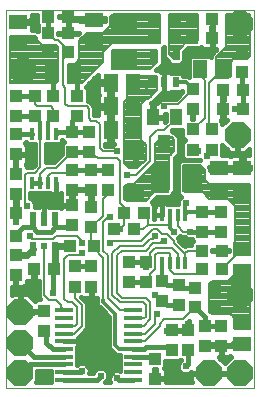
<source format=gtl>
G75*
%MOIN*%
%OFA0B0*%
%FSLAX24Y24*%
%IPPOS*%
%LPD*%
%AMOC8*
5,1,8,0,0,1.08239X$1,22.5*
%
%ADD10C,0.0000*%
%ADD11R,0.0177X0.0394*%
%ADD12R,0.0433X0.0394*%
%ADD13R,0.0394X0.0433*%
%ADD14R,0.0630X0.0866*%
%ADD15R,0.0236X0.0354*%
%ADD16R,0.0591X0.0512*%
%ADD17R,0.0512X0.0591*%
%ADD18R,0.0866X0.0630*%
%ADD19R,0.0217X0.0472*%
%ADD20R,0.0394X0.0394*%
%ADD21R,0.0394X0.0551*%
%ADD22R,0.0709X0.0551*%
%ADD23OC8,0.0850*%
%ADD24R,0.0591X0.0157*%
%ADD25C,0.0160*%
%ADD26C,0.0238*%
%ADD27C,0.0240*%
%ADD28C,0.0079*%
%ADD29C,0.0120*%
D10*
X001917Y001425D02*
X001917Y014023D01*
X010185Y014023D01*
X010185Y001425D01*
X001917Y001425D01*
D11*
X002793Y008256D03*
X003049Y008256D03*
X003305Y008256D03*
X003561Y008256D03*
X003561Y009870D03*
X003305Y009870D03*
X003049Y009870D03*
X002793Y009870D03*
X007124Y007193D03*
X007380Y007193D03*
X007635Y007193D03*
X007891Y007193D03*
X007891Y005578D03*
X007635Y005578D03*
X007380Y005578D03*
X007124Y005578D03*
D12*
X007114Y004988D03*
X007114Y004319D03*
X007980Y003334D03*
X007980Y002665D03*
X009082Y002823D03*
X009082Y003492D03*
X009102Y005992D03*
X008433Y005992D03*
X008452Y006602D03*
X008452Y007271D03*
X008137Y009358D03*
X008137Y010027D03*
X008137Y010697D03*
X008137Y011366D03*
X009141Y010716D03*
X008767Y010027D03*
X008767Y009358D03*
X009811Y010716D03*
X009791Y011956D03*
X009791Y012626D03*
X008787Y013078D03*
X008118Y013078D03*
X007527Y013078D03*
X006858Y013078D03*
X004673Y009949D03*
X004279Y010460D03*
X004279Y011130D03*
X003492Y011130D03*
X003492Y010460D03*
X002862Y010460D03*
X002862Y011130D03*
X004673Y009279D03*
X004752Y008689D03*
X004752Y008019D03*
X005303Y008019D03*
X005303Y008689D03*
X005519Y006701D03*
X006189Y006701D03*
X006011Y005618D03*
X006011Y004949D03*
X004752Y004791D03*
X004752Y005460D03*
X004200Y005460D03*
X004200Y004791D03*
X003511Y005362D03*
X002842Y005362D03*
X003315Y013787D03*
X003984Y013787D03*
D13*
X003984Y013236D03*
X003984Y012606D03*
X003315Y012606D03*
X003315Y013236D03*
X002232Y011130D03*
X002232Y010460D03*
X002232Y009870D03*
X002232Y009201D03*
X002232Y008531D03*
X002232Y007862D03*
X002232Y005854D03*
X002232Y005185D03*
X003177Y003964D03*
X003177Y003295D03*
X004122Y006838D03*
X004122Y007508D03*
X004122Y008019D03*
X004122Y008689D03*
X004122Y009279D03*
X004122Y009949D03*
X004752Y007429D03*
X004752Y006760D03*
X005834Y007252D03*
X006504Y007252D03*
X006563Y005618D03*
X006563Y004949D03*
X007665Y004830D03*
X007665Y004161D03*
X008196Y004102D03*
X008196Y004732D03*
X008433Y005362D03*
X008866Y004732D03*
X008866Y004102D03*
X008531Y003492D03*
X008531Y002823D03*
X007429Y002665D03*
X007429Y003334D03*
X006878Y002390D03*
X006878Y001720D03*
X009102Y005362D03*
X009082Y006602D03*
X009082Y007271D03*
X009141Y011346D03*
X009811Y011346D03*
X008787Y013708D03*
X008118Y013708D03*
X007527Y013708D03*
X006858Y013708D03*
D14*
X007035Y008354D03*
X008137Y008354D03*
D15*
X007567Y011602D03*
X007193Y011602D03*
X006819Y011602D03*
X006819Y012508D03*
X007567Y012508D03*
D16*
X004830Y012941D03*
X004830Y013689D03*
X002311Y013610D03*
X002311Y012862D03*
X009004Y008728D03*
X009004Y007980D03*
X009791Y007980D03*
X009791Y008728D03*
X009791Y006051D03*
X009791Y005303D03*
X009791Y003610D03*
X009791Y002862D03*
D17*
X006149Y010008D03*
X006149Y010795D03*
X006149Y011582D03*
X005401Y011582D03*
X005401Y010795D03*
X005401Y010008D03*
X004181Y011897D03*
X003433Y011897D03*
X008393Y012055D03*
X009141Y012055D03*
D18*
X005854Y012370D03*
X005854Y013472D03*
D19*
X003551Y007055D03*
X003177Y007055D03*
X002803Y007055D03*
X002803Y006031D03*
X003551Y006031D03*
D20*
X004043Y006149D03*
X004830Y006149D03*
X002232Y006464D03*
X002232Y007252D03*
D21*
X006819Y010441D03*
X007193Y009575D03*
X007567Y010441D03*
D22*
X006169Y009260D03*
X006169Y007921D03*
D23*
X009633Y009850D03*
X009712Y013551D03*
X009712Y004496D03*
X009712Y001897D03*
X008689Y001897D03*
X002389Y001897D03*
X002389Y002921D03*
X002389Y003945D03*
X002468Y011976D03*
D24*
X003836Y003994D03*
X003836Y003738D03*
X003836Y003482D03*
X003836Y003226D03*
X003836Y002970D03*
X003836Y002714D03*
X003836Y002458D03*
X003836Y002202D03*
X003836Y001947D03*
X003836Y001691D03*
X006139Y001691D03*
X006139Y001947D03*
X006139Y002202D03*
X006139Y002458D03*
X006139Y002714D03*
X006139Y002970D03*
X006139Y003226D03*
X006139Y003482D03*
X006139Y003738D03*
X006139Y003994D03*
D25*
X006011Y004949D02*
X006563Y004949D01*
X006563Y005618D02*
X006011Y005618D01*
X004945Y004414D02*
X004945Y004177D01*
X005062Y004060D01*
X005339Y003783D01*
X005339Y002759D01*
X005456Y002642D01*
X005584Y002514D01*
X005704Y002514D01*
X005704Y001985D01*
X005669Y001999D01*
X005566Y001999D01*
X005471Y001960D01*
X005398Y001887D01*
X005359Y001791D01*
X005359Y001688D01*
X005393Y001605D01*
X005219Y001605D01*
X005286Y001672D01*
X005326Y001767D01*
X005326Y001870D01*
X005286Y001965D01*
X005213Y002038D01*
X005118Y002078D01*
X005015Y002078D01*
X004920Y002038D01*
X004847Y001965D01*
X004824Y001911D01*
X004690Y001911D01*
X004696Y001925D01*
X004696Y002028D01*
X004656Y002123D01*
X004583Y002196D01*
X004488Y002235D01*
X004385Y002235D01*
X004290Y002196D01*
X004271Y002177D01*
X004271Y002777D01*
X004276Y002781D01*
X004299Y002822D01*
X004311Y002868D01*
X004311Y002970D01*
X003836Y002970D01*
X003836Y002970D01*
X004311Y002970D01*
X004311Y003073D01*
X004307Y003089D01*
X004511Y003293D01*
X004616Y003398D01*
X004616Y004255D01*
X004417Y004454D01*
X004420Y004454D01*
X004425Y004450D01*
X004421Y004450D01*
X004425Y004450D02*
X004466Y004426D01*
X004511Y004414D01*
X004733Y004414D01*
X004733Y004773D01*
X004770Y004773D01*
X004770Y004414D01*
X004945Y004414D01*
X004945Y004291D02*
X004580Y004291D01*
X004616Y004133D02*
X004989Y004133D01*
X005148Y003974D02*
X004616Y003974D01*
X004616Y003816D02*
X005306Y003816D01*
X005339Y003657D02*
X004616Y003657D01*
X004616Y003499D02*
X005339Y003499D01*
X005339Y003340D02*
X004558Y003340D01*
X004400Y003182D02*
X005339Y003182D01*
X005339Y003023D02*
X004311Y003023D01*
X004311Y002865D02*
X005339Y002865D01*
X005392Y002706D02*
X004271Y002706D01*
X004271Y002548D02*
X005551Y002548D01*
X005704Y002389D02*
X004271Y002389D01*
X004271Y002231D02*
X004374Y002231D01*
X004499Y002231D02*
X005704Y002231D01*
X005704Y002072D02*
X005131Y002072D01*
X005002Y002072D02*
X004677Y002072D01*
X004691Y001914D02*
X004826Y001914D01*
X004939Y001691D02*
X005067Y001819D01*
X004939Y001691D02*
X003836Y001691D01*
X003836Y001947D02*
X004407Y001947D01*
X004437Y001976D01*
X003836Y002202D02*
X002694Y002202D01*
X002389Y001897D01*
X002896Y001605D02*
X002954Y001663D01*
X002954Y001982D01*
X003401Y001982D01*
X003401Y001810D01*
X003401Y001605D01*
X002896Y001605D01*
X002954Y001755D02*
X003401Y001755D01*
X003401Y001914D02*
X002954Y001914D01*
X002852Y002458D02*
X002389Y002921D01*
X002852Y002458D02*
X003836Y002458D01*
X003836Y002714D02*
X003462Y002714D01*
X003256Y002921D01*
X003256Y003216D01*
X003177Y003295D01*
X003177Y003393D01*
X003158Y003946D02*
X002800Y003946D01*
X002800Y003925D01*
X002409Y003925D01*
X002409Y003965D01*
X002369Y003965D01*
X002369Y004550D01*
X002139Y004550D01*
X002097Y004508D01*
X002097Y004788D01*
X002213Y004788D01*
X002213Y005166D01*
X002250Y005166D01*
X002250Y004788D01*
X002452Y004788D01*
X002498Y004801D01*
X002539Y004824D01*
X002573Y004858D01*
X002596Y004899D01*
X002609Y004945D01*
X002609Y004985D01*
X002824Y004985D01*
X002824Y005344D01*
X002861Y005344D01*
X002861Y004985D01*
X002997Y004985D01*
X002997Y004422D01*
X003058Y004361D01*
X002956Y004361D01*
X002910Y004349D01*
X002869Y004325D01*
X002867Y004323D01*
X002640Y004550D01*
X002409Y004550D01*
X002409Y003965D01*
X002994Y003965D01*
X002994Y003983D01*
X003158Y003983D01*
X003158Y003946D01*
X003158Y003974D02*
X002994Y003974D01*
X002997Y004450D02*
X002740Y004450D01*
X002997Y004608D02*
X002097Y004608D01*
X002097Y004767D02*
X002997Y004767D01*
X002997Y004925D02*
X002604Y004925D01*
X002824Y005084D02*
X002861Y005084D01*
X002861Y005242D02*
X002824Y005242D01*
X002250Y005084D02*
X002213Y005084D01*
X002213Y004925D02*
X002250Y004925D01*
X002369Y004450D02*
X002409Y004450D01*
X002409Y004291D02*
X002369Y004291D01*
X002369Y004133D02*
X002409Y004133D01*
X002409Y003974D02*
X002369Y003974D01*
X003492Y004575D02*
X003492Y005342D01*
X003511Y005362D01*
X004200Y005460D02*
X004279Y005519D01*
X004200Y005460D02*
X004752Y005460D01*
X004733Y004767D02*
X004770Y004767D01*
X004770Y004608D02*
X004733Y004608D01*
X004733Y004450D02*
X004770Y004450D01*
X006139Y002714D02*
X006513Y002714D01*
X006563Y002764D01*
X007252Y002764D01*
X007214Y002309D02*
X007684Y002309D01*
X007704Y002329D01*
X007705Y002328D01*
X007729Y002328D01*
X007682Y002280D01*
X007642Y002185D01*
X007642Y002082D01*
X007682Y001987D01*
X007754Y001914D01*
X007850Y001875D01*
X007953Y001875D01*
X008048Y001914D01*
X008084Y001950D01*
X008084Y001917D01*
X008669Y001917D01*
X008669Y001877D01*
X008084Y001877D01*
X008084Y001647D01*
X008125Y001605D01*
X007254Y001605D01*
X007254Y001702D01*
X006896Y001702D01*
X006896Y001739D01*
X006859Y001739D01*
X006859Y002033D01*
X006896Y002033D01*
X006896Y001739D01*
X007254Y001739D01*
X007254Y001960D01*
X007242Y002006D01*
X007218Y002047D01*
X007185Y002081D01*
X007182Y002083D01*
X007214Y002115D01*
X007214Y002309D01*
X007214Y002231D02*
X007661Y002231D01*
X007646Y002072D02*
X007194Y002072D01*
X007254Y001914D02*
X007755Y001914D01*
X007901Y002134D02*
X007980Y002212D01*
X007980Y002665D01*
X007961Y003316D02*
X007447Y003316D01*
X007447Y003353D01*
X007806Y003353D01*
X007961Y003353D01*
X007961Y003316D01*
X007961Y003340D02*
X007447Y003340D01*
X007961Y003353D02*
X007961Y003613D01*
X007998Y003650D01*
X007998Y003353D01*
X007961Y003353D01*
X007961Y003499D02*
X007998Y003499D01*
X008531Y003767D02*
X008196Y004102D01*
X008531Y003767D02*
X008531Y003492D01*
X009082Y003492D01*
X009479Y002910D02*
X009743Y002910D01*
X009743Y002814D01*
X009316Y002814D01*
X009316Y002804D01*
X009101Y002804D01*
X009101Y002841D01*
X009479Y002841D01*
X009479Y002910D01*
X009479Y002865D02*
X009743Y002865D01*
X009408Y002449D02*
X009200Y002241D01*
X008996Y002446D01*
X009064Y002446D01*
X009064Y002804D01*
X009101Y002804D01*
X009101Y002446D01*
X009323Y002446D01*
X009368Y002458D01*
X009382Y002466D01*
X009385Y002462D01*
X009408Y002449D01*
X009348Y002389D02*
X009052Y002389D01*
X009064Y002548D02*
X009101Y002548D01*
X009101Y002706D02*
X009064Y002706D01*
X009064Y002804D02*
X008550Y002804D01*
X008550Y002841D01*
X008908Y002841D01*
X009064Y002841D01*
X009064Y002804D01*
X008767Y002842D02*
X008551Y002842D01*
X008531Y002823D01*
X008669Y001914D02*
X008047Y001914D01*
X008084Y001755D02*
X007254Y001755D01*
X006896Y001755D02*
X006859Y001755D01*
X006859Y001914D02*
X006896Y001914D01*
X006730Y002458D02*
X006139Y002458D01*
X006139Y001691D02*
X005667Y001691D01*
X005618Y001740D01*
X005425Y001914D02*
X005308Y001914D01*
X005321Y001755D02*
X005359Y001755D01*
X007271Y004161D02*
X007114Y004319D01*
X007271Y004161D02*
X007665Y004161D01*
X007763Y004732D02*
X007665Y004830D01*
X007271Y004830D01*
X007114Y004988D01*
X007763Y004732D02*
X008196Y004732D01*
X008789Y005973D02*
X009084Y005973D01*
X009084Y006010D01*
X008789Y006010D01*
X008789Y005973D01*
X009120Y005973D02*
X009120Y006010D01*
X009356Y006010D01*
X009356Y005973D01*
X009120Y005973D01*
X009082Y006602D02*
X008452Y006602D01*
X008433Y006622D01*
X008059Y006622D01*
X007872Y006442D02*
X007912Y006402D01*
X008007Y006363D01*
X008096Y006363D01*
X008096Y006347D01*
X008136Y006307D01*
X008076Y006247D01*
X008076Y006171D01*
X007906Y006171D01*
X007862Y006127D01*
X007687Y006302D01*
X007687Y006381D01*
X007660Y006408D01*
X007721Y006469D01*
X007748Y006442D01*
X007872Y006442D01*
X007687Y006352D02*
X008096Y006352D01*
X008076Y006193D02*
X007796Y006193D01*
X007124Y007193D02*
X006855Y007193D01*
X007124Y007193D01*
X007124Y007193D01*
X007124Y007570D01*
X007236Y007570D01*
X007282Y007557D01*
X007323Y007534D01*
X007327Y007530D01*
X007642Y007530D01*
X007642Y007618D01*
X007682Y007713D01*
X007749Y007781D01*
X007748Y007781D01*
X007643Y007886D01*
X007643Y008901D01*
X007748Y009006D01*
X008386Y009006D01*
X008379Y009021D01*
X007863Y009021D01*
X007781Y009103D01*
X007781Y009613D01*
X007861Y009693D01*
X007781Y009772D01*
X007781Y010025D01*
X007464Y010025D01*
X007429Y009990D01*
X007447Y009990D01*
X007487Y009951D01*
X007503Y009951D01*
X007582Y009872D01*
X007687Y009767D01*
X007687Y009225D01*
X007529Y009067D01*
X007529Y007965D01*
X007490Y007925D01*
X007490Y007863D01*
X007408Y007781D01*
X006952Y007781D01*
X006769Y007598D01*
X006840Y007526D01*
X006840Y007029D01*
X006855Y007029D01*
X006855Y007193D01*
X006855Y007413D01*
X006867Y007459D01*
X006891Y007500D01*
X006925Y007534D01*
X006966Y007557D01*
X007011Y007570D01*
X007124Y007570D01*
X007124Y007193D01*
X007124Y007193D01*
X007124Y007303D02*
X007124Y007303D01*
X007124Y007461D02*
X007124Y007461D01*
X006869Y007461D02*
X006840Y007461D01*
X006840Y007303D02*
X006855Y007303D01*
X006840Y007144D02*
X006855Y007144D01*
X006791Y007620D02*
X007643Y007620D01*
X007746Y007778D02*
X006949Y007778D01*
X007501Y007937D02*
X007643Y007937D01*
X007643Y008095D02*
X007529Y008095D01*
X007529Y008254D02*
X007643Y008254D01*
X007643Y008412D02*
X007529Y008412D01*
X007529Y008571D02*
X007643Y008571D01*
X007643Y008729D02*
X007529Y008729D01*
X007529Y008888D02*
X007643Y008888D01*
X007529Y009046D02*
X007838Y009046D01*
X007781Y009205D02*
X007667Y009205D01*
X007687Y009363D02*
X007781Y009363D01*
X007781Y009522D02*
X007687Y009522D01*
X007687Y009680D02*
X007848Y009680D01*
X007781Y009839D02*
X007615Y009839D01*
X007781Y009997D02*
X007436Y009997D01*
X007195Y010264D02*
X007195Y010422D01*
X006837Y010422D01*
X006837Y010459D01*
X007195Y010459D01*
X007195Y010536D01*
X007230Y010536D01*
X007230Y010298D01*
X007195Y010264D01*
X007195Y010314D02*
X007230Y010314D01*
X007230Y010473D02*
X007195Y010473D01*
X006837Y010473D02*
X006800Y010473D01*
X006800Y010459D02*
X006800Y010896D01*
X006760Y010896D01*
X006821Y010957D01*
X007031Y011167D01*
X007109Y011245D01*
X007193Y011245D01*
X007334Y011245D01*
X007380Y011257D01*
X007421Y011281D01*
X007425Y011285D01*
X007743Y011285D01*
X007781Y011323D01*
X007781Y011263D01*
X007571Y011053D01*
X007246Y011053D01*
X007244Y011054D01*
X007141Y011054D01*
X007046Y011015D01*
X006973Y010942D01*
X006954Y010896D01*
X006837Y010896D01*
X006837Y010459D01*
X006800Y010459D01*
X006800Y010631D02*
X006837Y010631D01*
X006837Y010790D02*
X006800Y010790D01*
X006812Y010948D02*
X006979Y010948D01*
X006821Y010957D02*
X006821Y010957D01*
X006970Y011107D02*
X007625Y011107D01*
X007781Y011265D02*
X007394Y011265D01*
X007193Y011265D02*
X007193Y011265D01*
X007193Y011245D02*
X007193Y011602D01*
X007193Y011602D01*
X007193Y011602D01*
X007193Y011959D01*
X007334Y011959D01*
X007380Y011947D01*
X007421Y011923D01*
X007425Y011919D01*
X007743Y011919D01*
X007825Y011837D01*
X007825Y011802D01*
X007984Y011802D01*
X007997Y011789D01*
X007997Y012408D01*
X008079Y012490D01*
X008707Y012490D01*
X008745Y012452D01*
X008745Y012523D01*
X008924Y012702D01*
X008805Y012702D01*
X008805Y013060D01*
X008769Y013060D01*
X008769Y012702D01*
X008547Y012702D01*
X008501Y012714D01*
X008460Y012738D01*
X008426Y012771D01*
X008425Y012774D01*
X008392Y012742D01*
X007975Y012742D01*
X007844Y012610D01*
X007844Y012296D01*
X007825Y012276D01*
X007825Y012272D01*
X007743Y012190D01*
X007390Y012190D01*
X007308Y012272D01*
X007308Y012315D01*
X007171Y012453D01*
X007171Y012780D01*
X007136Y012745D01*
X007136Y012217D01*
X007031Y012112D01*
X006917Y011998D01*
X007031Y011998D01*
X007069Y011959D01*
X007193Y011959D01*
X007193Y011602D01*
X007193Y011245D01*
X007193Y011424D02*
X007193Y011424D01*
X007193Y011582D02*
X007193Y011582D01*
X007193Y011741D02*
X007193Y011741D01*
X007193Y011899D02*
X007193Y011899D01*
X006977Y012058D02*
X007997Y012058D01*
X007997Y012216D02*
X007768Y012216D01*
X007844Y012375D02*
X007997Y012375D01*
X007844Y012533D02*
X008756Y012533D01*
X008914Y012692D02*
X007926Y012692D01*
X007365Y012216D02*
X007135Y012216D01*
X007136Y012375D02*
X007249Y012375D01*
X007171Y012533D02*
X007136Y012533D01*
X007136Y012692D02*
X007171Y012692D01*
X007763Y011899D02*
X007997Y011899D01*
X008769Y012850D02*
X008805Y012850D01*
X008805Y013009D02*
X008769Y013009D01*
X008769Y013097D02*
X008769Y013690D01*
X008805Y013690D01*
X008805Y013312D01*
X008805Y013097D01*
X008769Y013097D01*
X008769Y013167D02*
X008805Y013167D01*
X008805Y013326D02*
X008769Y013326D01*
X008769Y013484D02*
X008805Y013484D01*
X008805Y013643D02*
X008769Y013643D01*
X009791Y011956D02*
X009791Y011366D01*
X009811Y011346D02*
X009811Y010716D01*
X009267Y010339D02*
X009124Y010196D01*
X009124Y010282D01*
X009067Y010339D01*
X009123Y010339D01*
X009123Y010698D01*
X009160Y010698D01*
X009160Y010339D01*
X009267Y010339D01*
X009242Y010314D02*
X009092Y010314D01*
X009123Y010473D02*
X009160Y010473D01*
X009161Y010480D02*
X009161Y010697D01*
X009141Y010716D01*
X009123Y010735D02*
X009123Y010950D01*
X009123Y011328D01*
X009160Y011328D01*
X009160Y010735D01*
X009123Y010735D01*
X009123Y010790D02*
X009160Y010790D01*
X009160Y010948D02*
X009123Y010948D01*
X009123Y011107D02*
X009160Y011107D01*
X009160Y011265D02*
X009123Y011265D01*
X009123Y010631D02*
X009160Y010631D01*
X009613Y009830D02*
X009653Y009830D01*
X009653Y009245D01*
X009884Y009245D01*
X010005Y009366D01*
X010005Y009164D01*
X009839Y009164D01*
X009839Y008776D01*
X010005Y008776D01*
X010005Y008680D01*
X009839Y008680D01*
X009839Y008776D01*
X009743Y008776D01*
X009743Y008680D01*
X009052Y008680D01*
X009052Y008776D01*
X009316Y008776D01*
X009743Y008776D01*
X009743Y009164D01*
X009472Y009164D01*
X009426Y009152D01*
X009397Y009135D01*
X009368Y009152D01*
X009323Y009164D01*
X009124Y009164D01*
X009124Y009504D01*
X009383Y009245D01*
X009613Y009245D01*
X009613Y009830D01*
X009613Y009680D02*
X009653Y009680D01*
X009653Y009522D02*
X009613Y009522D01*
X009613Y009363D02*
X009653Y009363D01*
X009743Y009046D02*
X009839Y009046D01*
X009839Y008888D02*
X009743Y008888D01*
X009743Y008729D02*
X009052Y008729D01*
X008956Y008729D02*
X008710Y008729D01*
X008710Y008743D02*
X008678Y008776D01*
X008956Y008776D01*
X008956Y008680D01*
X008710Y008680D01*
X008710Y008743D01*
X009124Y009205D02*
X010005Y009205D01*
X010002Y009363D02*
X010005Y009363D01*
X010005Y008729D02*
X009839Y008729D01*
X009265Y009363D02*
X009124Y009363D01*
X008156Y010364D02*
X008119Y010364D01*
X008119Y010678D01*
X008156Y010678D01*
X008156Y010364D01*
X008156Y010473D02*
X008119Y010473D01*
X008119Y010631D02*
X008156Y010631D01*
X007031Y011167D02*
X007031Y011167D01*
X005504Y009532D02*
X005471Y009519D01*
X005431Y009478D01*
X005220Y009478D01*
X005207Y009491D01*
X005207Y009532D01*
X005353Y009532D01*
X005353Y009960D01*
X005449Y009960D01*
X005449Y009532D01*
X005504Y009532D01*
X005479Y009522D02*
X005207Y009522D01*
X005353Y009680D02*
X005449Y009680D01*
X005449Y009839D02*
X005353Y009839D01*
X005353Y010056D02*
X005353Y010747D01*
X004965Y010747D01*
X004965Y010502D01*
X004852Y010502D01*
X004852Y010791D01*
X004747Y010896D01*
X004668Y010974D01*
X004636Y010974D01*
X004636Y011385D01*
X004564Y011456D01*
X004965Y011857D01*
X004965Y011630D01*
X005353Y011630D01*
X005353Y011534D01*
X005449Y011534D01*
X005449Y010843D01*
X005353Y010843D01*
X005353Y010747D01*
X005449Y010747D01*
X005449Y010320D01*
X005449Y010056D01*
X005353Y010056D01*
X005353Y010156D02*
X005449Y010156D01*
X005449Y010314D02*
X005353Y010314D01*
X005353Y010473D02*
X005449Y010473D01*
X005449Y010631D02*
X005353Y010631D01*
X005353Y010790D02*
X004852Y010790D01*
X004965Y010843D02*
X005353Y010843D01*
X005353Y011107D01*
X005353Y011534D01*
X004965Y011534D01*
X004965Y011263D01*
X004978Y011218D01*
X004994Y011189D01*
X004978Y011160D01*
X004965Y011114D01*
X004965Y010843D01*
X004965Y010948D02*
X004695Y010948D01*
X004636Y011107D02*
X004965Y011107D01*
X004965Y011265D02*
X004636Y011265D01*
X004596Y011424D02*
X004965Y011424D01*
X004965Y011741D02*
X004849Y011741D01*
X004690Y011582D02*
X005353Y011582D01*
X005353Y011424D02*
X005449Y011424D01*
X005449Y011265D02*
X005353Y011265D01*
X005353Y011107D02*
X005449Y011107D01*
X005449Y010948D02*
X005353Y010948D01*
X004965Y010631D02*
X004852Y010631D01*
X004673Y009949D02*
X004122Y009949D01*
X004122Y010323D01*
X004259Y010460D01*
X004279Y010460D01*
X004122Y009949D02*
X003639Y009949D01*
X003561Y009870D01*
X003789Y009670D02*
X003845Y009614D01*
X003785Y009554D01*
X003785Y009216D01*
X003496Y008927D01*
X003228Y008927D01*
X003228Y009533D01*
X003451Y009533D01*
X003707Y009533D01*
X003789Y009615D01*
X003789Y009670D01*
X003785Y009522D02*
X003228Y009522D01*
X003228Y009363D02*
X003785Y009363D01*
X003774Y009205D02*
X003228Y009205D01*
X003228Y009046D02*
X003615Y009046D01*
X004122Y009279D02*
X004673Y009279D01*
X004752Y008689D02*
X004122Y008689D01*
X004140Y008038D02*
X004733Y008038D01*
X004733Y008001D01*
X004499Y008001D01*
X004140Y008001D01*
X004140Y007526D01*
X004103Y007526D01*
X004103Y007489D01*
X003745Y007489D01*
X003745Y007403D01*
X003717Y007431D01*
X003400Y007431D01*
X003396Y007435D01*
X003355Y007459D01*
X003309Y007471D01*
X003177Y007471D01*
X003177Y007055D01*
X003177Y007055D01*
X003177Y007471D01*
X003045Y007471D01*
X002999Y007459D01*
X002958Y007435D01*
X002954Y007431D01*
X002882Y007431D01*
X002885Y007436D01*
X002885Y007539D01*
X002845Y007635D01*
X002772Y007708D01*
X002726Y007727D01*
X002726Y007919D01*
X002902Y007919D01*
X003357Y007919D01*
X003362Y007915D01*
X003403Y007891D01*
X003448Y007879D01*
X003561Y007879D01*
X003673Y007879D01*
X003719Y007891D01*
X003745Y007906D01*
X003745Y007779D01*
X003749Y007764D01*
X003745Y007748D01*
X003745Y007526D01*
X004103Y007526D01*
X004103Y007623D01*
X004103Y008001D01*
X004140Y008001D01*
X004140Y008038D01*
X004140Y007937D02*
X004103Y007937D01*
X004103Y007778D02*
X004140Y007778D01*
X004140Y007620D02*
X004103Y007620D01*
X003745Y007620D02*
X002851Y007620D01*
X002885Y007461D02*
X003008Y007461D01*
X003177Y007461D02*
X003177Y007461D01*
X003177Y007303D02*
X003177Y007303D01*
X003177Y007144D02*
X003177Y007144D01*
X003346Y007461D02*
X003745Y007461D01*
X003745Y007778D02*
X002726Y007778D01*
X002793Y008256D02*
X003049Y008256D01*
X003561Y008256D02*
X003561Y007879D01*
X003561Y008256D01*
X003561Y008256D01*
X003561Y008254D02*
X003561Y008254D01*
X003561Y008095D02*
X003561Y008095D01*
X003561Y007937D02*
X003561Y007937D01*
X003551Y007055D02*
X003551Y006760D01*
X004043Y006760D01*
X004122Y006838D01*
X003551Y006760D02*
X003413Y006622D01*
X002941Y006622D01*
X002803Y006760D01*
X002783Y006779D01*
X002468Y006779D01*
X002232Y006543D01*
X002232Y006464D01*
X002803Y006760D02*
X002803Y007055D01*
X002232Y007862D02*
X002232Y007960D01*
X002250Y008550D02*
X002213Y008550D01*
X002213Y009182D01*
X002250Y009182D01*
X002250Y008804D01*
X002250Y008550D01*
X002250Y008571D02*
X002213Y008571D01*
X002213Y008729D02*
X002250Y008729D01*
X002250Y008888D02*
X002213Y008888D01*
X002213Y009046D02*
X002250Y009046D01*
X002250Y009182D02*
X002250Y009219D01*
X002609Y009219D01*
X002609Y009441D01*
X002596Y009487D01*
X002573Y009528D01*
X002539Y009561D01*
X002536Y009563D01*
X002569Y009595D01*
X002569Y009611D01*
X002646Y009533D01*
X002869Y009533D01*
X002869Y008852D01*
X002788Y008770D01*
X002609Y008770D01*
X002609Y008771D01*
X002596Y008817D01*
X002573Y008858D01*
X002565Y008866D01*
X002573Y008873D01*
X002596Y008915D01*
X002609Y008960D01*
X002609Y009182D01*
X002250Y009182D01*
X002250Y009205D02*
X002869Y009205D01*
X002869Y009363D02*
X002609Y009363D01*
X002576Y009522D02*
X002869Y009522D01*
X002793Y009870D02*
X002232Y009870D01*
X002232Y009771D01*
X002232Y010460D02*
X002862Y010460D01*
X002862Y011130D02*
X002232Y011130D01*
X003433Y011897D02*
X003492Y011838D01*
X003492Y011130D01*
X004181Y011897D02*
X004279Y011799D01*
X004279Y011130D01*
X004322Y013218D02*
X004002Y013218D01*
X004002Y013254D01*
X004359Y013254D01*
X004322Y013218D01*
X004002Y013254D02*
X004002Y013632D01*
X004002Y013769D01*
X003965Y013769D01*
X003671Y013769D01*
X003671Y013806D01*
X003965Y013806D01*
X003965Y013769D01*
X003965Y013254D01*
X003651Y013254D01*
X003651Y013218D01*
X003965Y013218D01*
X003965Y013254D01*
X004002Y013254D01*
X004002Y013326D02*
X003965Y013326D01*
X003965Y013484D02*
X004002Y013484D01*
X004002Y013643D02*
X003965Y013643D01*
X003965Y013801D02*
X003671Y013801D01*
X003315Y013787D02*
X003315Y013236D01*
X002978Y013295D02*
X002936Y013337D01*
X002786Y013337D01*
X002786Y013562D01*
X002359Y013562D01*
X002359Y013658D01*
X002786Y013658D01*
X002786Y013843D01*
X002958Y013843D01*
X002958Y013532D01*
X002979Y013512D01*
X002978Y013510D01*
X002978Y013295D01*
X002978Y013326D02*
X002947Y013326D01*
X002978Y013484D02*
X002786Y013484D01*
X002958Y013643D02*
X002359Y013643D01*
X002263Y013643D02*
X002097Y013643D01*
X002097Y013658D02*
X002263Y013658D01*
X002263Y013562D01*
X002097Y013562D01*
X002097Y013658D01*
X002786Y013801D02*
X002958Y013801D01*
X004380Y013737D02*
X004380Y013641D01*
X004782Y013641D01*
X004782Y013737D01*
X004380Y013737D01*
X004380Y013643D02*
X004782Y013643D01*
X004878Y013643D02*
X005202Y013643D01*
X005202Y013641D02*
X004878Y013641D01*
X004878Y013737D01*
X005202Y013737D01*
X005202Y013641D01*
X002869Y009046D02*
X002609Y009046D01*
X002581Y008888D02*
X002869Y008888D01*
X004752Y008689D02*
X005303Y008689D01*
X004770Y008001D02*
X004770Y007447D01*
X004733Y007447D01*
X004733Y007825D01*
X004733Y008001D01*
X004770Y008001D01*
X004770Y007937D02*
X004733Y007937D01*
X004733Y007778D02*
X004770Y007778D01*
X004770Y007620D02*
X004733Y007620D01*
X004733Y007461D02*
X004770Y007461D01*
X008452Y007271D02*
X009082Y007271D01*
X008709Y001917D02*
X009692Y001917D01*
X009692Y001877D01*
X009107Y001877D01*
X008709Y001877D01*
X008709Y001917D01*
X008709Y001914D02*
X009692Y001914D01*
D26*
X008767Y002842D03*
X007980Y003551D03*
X007271Y003315D03*
X006956Y003866D03*
X006878Y004496D03*
X006563Y005441D03*
X007193Y006307D03*
X006878Y006464D03*
X007507Y006622D03*
X007822Y006307D03*
X008059Y006622D03*
X007901Y007567D03*
X007507Y007645D03*
X006956Y007645D03*
X006248Y008905D03*
X005933Y008512D03*
X005618Y009299D03*
X005381Y009693D03*
X005381Y010401D03*
X004909Y010638D03*
X005381Y011189D03*
X004909Y011582D03*
X004043Y013236D03*
X004279Y013708D03*
X004909Y013708D03*
X006563Y011504D03*
X006799Y010795D03*
X007193Y010795D03*
X007507Y011110D03*
X008137Y010559D03*
X007665Y009929D03*
X007665Y009063D03*
X008295Y009299D03*
X008610Y009141D03*
X008925Y008748D03*
X009476Y008748D03*
X010027Y008748D03*
X009161Y010480D03*
X009555Y010716D03*
X009161Y011031D03*
X008295Y011976D03*
X007822Y012055D03*
X007193Y012055D03*
X008689Y012606D03*
X008767Y013393D03*
X004752Y007724D03*
X004122Y007724D03*
X003649Y007803D03*
X003256Y007567D03*
X002626Y007488D03*
X002232Y007960D03*
X002704Y008827D03*
X002704Y009378D03*
X002232Y009771D03*
X003649Y009456D03*
X004122Y006937D03*
X004437Y006228D03*
X004437Y005913D03*
X004279Y005519D03*
X003492Y004575D03*
X002941Y004496D03*
X002862Y004968D03*
X002232Y004653D03*
X003177Y003393D03*
X004437Y002842D03*
X004909Y003472D03*
X005224Y002842D03*
X005067Y001819D03*
X005618Y001740D03*
X004437Y001976D03*
X003098Y001740D03*
X004752Y004338D03*
X005381Y006228D03*
X005696Y006701D03*
X005381Y007094D03*
X003177Y006149D03*
X002704Y006464D03*
X002232Y006937D03*
X002232Y013630D03*
X002783Y013630D03*
X009161Y005992D03*
X007901Y002134D03*
X007980Y001740D03*
X007350Y002212D03*
X006878Y001976D03*
D27*
X004043Y006149D02*
X003649Y006149D01*
X003551Y006051D01*
X003551Y006031D01*
X003551Y005401D01*
X003511Y005362D01*
X002803Y006031D02*
X002626Y005854D01*
X002232Y005854D01*
X002232Y007252D02*
X002232Y007862D01*
X004122Y006937D02*
X004122Y006838D01*
X006563Y011504D02*
X006661Y011602D01*
X006819Y011602D01*
X008295Y011976D02*
X008315Y011976D01*
X008393Y012055D01*
X009791Y011366D02*
X009811Y011346D01*
X004830Y013708D02*
X004279Y013708D01*
X004043Y013708D01*
X003964Y013787D01*
D28*
X004562Y013204D02*
X007035Y013204D01*
X007035Y013281D02*
X005190Y013281D01*
X005145Y013236D02*
X005381Y013472D01*
X005381Y013787D01*
X005478Y013884D01*
X007035Y013884D01*
X007035Y012921D01*
X005460Y012921D01*
X005145Y012606D01*
X005145Y012291D01*
X004437Y011582D01*
X003964Y011582D01*
X003964Y012212D01*
X004200Y012212D01*
X004358Y012370D01*
X004358Y013000D01*
X004594Y013236D01*
X005145Y013236D01*
X005268Y013358D02*
X007035Y013358D01*
X007035Y013435D02*
X005345Y013435D01*
X005381Y013513D02*
X007035Y013513D01*
X007035Y013590D02*
X005381Y013590D01*
X005381Y013667D02*
X007035Y013667D01*
X007035Y013744D02*
X005381Y013744D01*
X005416Y013822D02*
X007035Y013822D01*
X007350Y013822D02*
X008295Y013822D01*
X008295Y013884D02*
X008295Y013000D01*
X007980Y013000D01*
X007665Y012685D01*
X007665Y012370D01*
X007507Y012370D01*
X007350Y012527D01*
X007350Y013884D01*
X008295Y013884D01*
X008295Y013744D02*
X007350Y013744D01*
X007350Y013667D02*
X008295Y013667D01*
X008295Y013590D02*
X007350Y013590D01*
X007350Y013513D02*
X008295Y013513D01*
X008295Y013435D02*
X007350Y013435D01*
X007350Y013358D02*
X008295Y013358D01*
X008295Y013281D02*
X007350Y013281D01*
X007350Y013204D02*
X008295Y013204D01*
X008295Y013126D02*
X007350Y013126D01*
X007350Y013049D02*
X008295Y013049D01*
X007952Y012972D02*
X007350Y012972D01*
X007350Y012895D02*
X007875Y012895D01*
X007798Y012818D02*
X007350Y012818D01*
X007350Y012740D02*
X007720Y012740D01*
X007665Y012663D02*
X007350Y012663D01*
X007350Y012586D02*
X007665Y012586D01*
X007665Y012509D02*
X007369Y012509D01*
X007446Y012431D02*
X007665Y012431D01*
X006956Y012431D02*
X005460Y012431D01*
X005460Y012354D02*
X006956Y012354D01*
X006956Y012291D02*
X006720Y012055D01*
X005460Y012055D01*
X005460Y012685D01*
X006956Y012685D01*
X006956Y012291D01*
X006942Y012277D02*
X005460Y012277D01*
X005460Y012200D02*
X006865Y012200D01*
X006788Y012122D02*
X005460Y012122D01*
X005460Y012509D02*
X006956Y012509D01*
X006956Y012586D02*
X005460Y012586D01*
X005460Y012663D02*
X006956Y012663D01*
X007035Y012972D02*
X004358Y012972D01*
X004358Y012895D02*
X005434Y012895D01*
X005357Y012818D02*
X004358Y012818D01*
X004358Y012740D02*
X005280Y012740D01*
X005202Y012663D02*
X004358Y012663D01*
X004358Y012586D02*
X005145Y012586D01*
X005145Y012509D02*
X004358Y012509D01*
X004358Y012431D02*
X005145Y012431D01*
X005145Y012354D02*
X004342Y012354D01*
X004265Y012277D02*
X005131Y012277D01*
X005054Y012200D02*
X003964Y012200D01*
X003964Y012122D02*
X004977Y012122D01*
X004899Y012045D02*
X003964Y012045D01*
X003964Y011968D02*
X004822Y011968D01*
X004745Y011891D02*
X003964Y011891D01*
X003964Y011813D02*
X004668Y011813D01*
X004590Y011736D02*
X003964Y011736D01*
X003964Y011659D02*
X004513Y011659D01*
X003807Y012370D02*
X003984Y012547D01*
X003984Y012606D01*
X003885Y012704D01*
X003885Y012764D01*
X003649Y013000D01*
X003551Y013000D01*
X003315Y013236D01*
X002941Y013078D02*
X002941Y013000D01*
X003098Y012842D01*
X003570Y012842D01*
X003649Y012764D01*
X003649Y011661D01*
X003570Y011582D01*
X002056Y011582D01*
X002056Y013157D01*
X002862Y013157D01*
X002941Y013078D01*
X002941Y013049D02*
X002056Y013049D01*
X002056Y012972D02*
X002968Y012972D01*
X003046Y012895D02*
X002056Y012895D01*
X002056Y012818D02*
X003595Y012818D01*
X003649Y012740D02*
X002056Y012740D01*
X002056Y012663D02*
X003649Y012663D01*
X003649Y012586D02*
X002056Y012586D01*
X002056Y012509D02*
X003649Y012509D01*
X003649Y012431D02*
X002056Y012431D01*
X002056Y012354D02*
X003649Y012354D01*
X003649Y012277D02*
X002056Y012277D01*
X002056Y012200D02*
X003649Y012200D01*
X003649Y012122D02*
X002056Y012122D01*
X002056Y012045D02*
X003649Y012045D01*
X003649Y011968D02*
X002056Y011968D01*
X002056Y011891D02*
X003649Y011891D01*
X003649Y011813D02*
X002056Y011813D01*
X002056Y011736D02*
X003649Y011736D01*
X003647Y011659D02*
X002056Y011659D01*
X002862Y011130D02*
X002862Y010874D01*
X002941Y010795D01*
X003413Y010795D01*
X003492Y010716D01*
X003492Y010460D01*
X003885Y010874D02*
X003964Y010795D01*
X004594Y010795D01*
X004673Y010716D01*
X004673Y010401D01*
X004752Y010323D01*
X004909Y010323D01*
X005027Y010204D01*
X005027Y009417D01*
X005145Y009299D01*
X005618Y009299D01*
X005618Y009063D02*
X004968Y009063D01*
X004673Y009279D01*
X004122Y009279D02*
X004063Y009220D01*
X004043Y009220D01*
X003570Y008748D01*
X003256Y008748D01*
X003049Y008541D01*
X003049Y008256D01*
X003305Y008256D02*
X003305Y008482D01*
X003413Y008590D01*
X004023Y008590D01*
X004122Y008689D01*
X003049Y008777D02*
X002862Y008590D01*
X002626Y008590D01*
X002547Y008512D01*
X002547Y007567D01*
X002626Y007488D01*
X002232Y007252D02*
X002232Y006937D01*
X002704Y006464D02*
X002783Y006386D01*
X003492Y006386D01*
X003570Y006464D01*
X004279Y006464D01*
X004437Y006307D01*
X004437Y006228D01*
X004437Y005913D02*
X004358Y005834D01*
X003964Y005834D01*
X003846Y005716D01*
X003846Y004378D01*
X003964Y004260D01*
X004122Y004260D01*
X004279Y004102D01*
X004279Y003551D01*
X004210Y003482D01*
X003836Y003482D01*
X003836Y003226D02*
X004191Y003226D01*
X004437Y003472D01*
X004437Y004181D01*
X004200Y004417D01*
X004200Y004791D01*
X003728Y004181D02*
X003728Y004102D01*
X003836Y003994D01*
X003728Y004181D02*
X003570Y004338D01*
X003334Y004338D01*
X003177Y004496D01*
X003177Y006149D01*
X004752Y006228D02*
X004830Y006149D01*
X004830Y006071D01*
X005145Y005756D01*
X005145Y004338D01*
X005303Y004417D02*
X005726Y003994D01*
X006139Y003994D01*
X006139Y003738D02*
X006513Y003738D01*
X006563Y003787D01*
X006563Y004181D01*
X006484Y004260D01*
X005696Y004260D01*
X005460Y004496D01*
X005460Y005913D01*
X005696Y006149D01*
X006484Y006149D01*
X006720Y006386D01*
X006799Y006386D01*
X006878Y006464D01*
X006799Y006228D02*
X006563Y005992D01*
X005775Y005992D01*
X005618Y005834D01*
X005618Y004575D01*
X005775Y004417D01*
X006563Y004417D01*
X006720Y004260D01*
X006720Y003708D01*
X006494Y003482D01*
X006139Y003482D01*
X006139Y003226D02*
X006553Y003226D01*
X006878Y003551D01*
X006878Y003787D01*
X006956Y003866D01*
X007193Y003708D02*
X007035Y003551D01*
X007035Y003472D01*
X006533Y002970D01*
X006139Y002970D01*
X006730Y002458D02*
X006878Y002390D01*
X007252Y002764D02*
X007429Y002665D01*
X007193Y003708D02*
X007803Y003708D01*
X008196Y004102D01*
X008689Y004089D02*
X010027Y004089D01*
X010027Y004012D02*
X008689Y004012D01*
X008689Y003945D02*
X008689Y004890D01*
X008767Y004968D01*
X009319Y004968D01*
X009555Y005204D01*
X009555Y005519D01*
X010027Y005519D01*
X010027Y003393D01*
X009555Y003393D01*
X009555Y003708D01*
X009397Y003866D01*
X008767Y003866D01*
X008689Y003945D01*
X008698Y003935D02*
X010027Y003935D01*
X010027Y003858D02*
X009405Y003858D01*
X009483Y003780D02*
X010027Y003780D01*
X010027Y003703D02*
X009555Y003703D01*
X009555Y003626D02*
X010027Y003626D01*
X010027Y003549D02*
X009555Y003549D01*
X009555Y003471D02*
X010027Y003471D01*
X010027Y003394D02*
X009555Y003394D01*
X010027Y004167D02*
X008689Y004167D01*
X008689Y004244D02*
X010027Y004244D01*
X010027Y004321D02*
X008689Y004321D01*
X008689Y004398D02*
X010027Y004398D01*
X010027Y004476D02*
X008689Y004476D01*
X008689Y004553D02*
X010027Y004553D01*
X010027Y004630D02*
X008689Y004630D01*
X008689Y004707D02*
X010027Y004707D01*
X010027Y004785D02*
X008689Y004785D01*
X008689Y004862D02*
X010027Y004862D01*
X010027Y004939D02*
X008738Y004939D01*
X008433Y005362D02*
X008275Y005204D01*
X007507Y005204D01*
X007380Y005332D01*
X007380Y005578D01*
X007380Y005884D01*
X007350Y005913D01*
X006956Y005913D01*
X006878Y005834D01*
X006878Y005362D01*
X006720Y005204D01*
X006720Y005106D01*
X006563Y004949D01*
X006563Y005441D02*
X006563Y005618D01*
X006720Y005775D01*
X006720Y005913D01*
X006878Y006071D01*
X007429Y006071D01*
X007635Y005864D01*
X007635Y005578D01*
X007891Y005578D02*
X007891Y005903D01*
X007832Y005903D01*
X007507Y006228D01*
X007507Y006307D01*
X007271Y006543D01*
X007114Y006543D01*
X006956Y006701D01*
X006799Y006701D01*
X006405Y006307D01*
X005460Y006307D01*
X005381Y006228D01*
X005145Y005992D02*
X005303Y005834D01*
X005303Y004417D01*
X005145Y005992D02*
X005145Y006937D01*
X005303Y007094D01*
X005381Y007094D01*
X005145Y007153D02*
X004752Y006760D01*
X004752Y006228D01*
X005145Y007153D02*
X005145Y007724D01*
X005381Y007960D01*
X005303Y008019D01*
X005696Y007567D02*
X005696Y008984D01*
X005618Y009063D01*
X005854Y009033D02*
X006563Y009033D01*
X006563Y009023D02*
X006288Y008748D01*
X006011Y008748D01*
X005854Y008905D01*
X005854Y010952D01*
X005933Y011031D01*
X006011Y011031D01*
X005933Y011110D01*
X005933Y011819D01*
X006956Y011819D01*
X006956Y011346D01*
X006641Y011031D01*
X006563Y011031D01*
X006405Y010874D01*
X006405Y009693D01*
X006563Y009535D01*
X006563Y009023D01*
X006563Y009110D02*
X005854Y009110D01*
X005854Y009187D02*
X006563Y009187D01*
X006563Y009264D02*
X005854Y009264D01*
X005854Y009342D02*
X006563Y009342D01*
X006563Y009419D02*
X005854Y009419D01*
X005854Y009496D02*
X006563Y009496D01*
X006524Y009573D02*
X005854Y009573D01*
X005854Y009651D02*
X006447Y009651D01*
X006405Y009728D02*
X005854Y009728D01*
X005854Y009805D02*
X006405Y009805D01*
X006405Y009882D02*
X005854Y009882D01*
X005854Y009960D02*
X006405Y009960D01*
X006405Y010037D02*
X005854Y010037D01*
X005854Y010114D02*
X006405Y010114D01*
X006405Y010191D02*
X005854Y010191D01*
X005854Y010269D02*
X006405Y010269D01*
X006405Y010346D02*
X005854Y010346D01*
X005854Y010423D02*
X006405Y010423D01*
X006405Y010500D02*
X005854Y010500D01*
X005854Y010578D02*
X006405Y010578D01*
X006405Y010655D02*
X005854Y010655D01*
X005854Y010732D02*
X006405Y010732D01*
X006405Y010809D02*
X005854Y010809D01*
X005854Y010887D02*
X006418Y010887D01*
X006495Y010964D02*
X005865Y010964D01*
X006002Y011041D02*
X006651Y011041D01*
X006728Y011118D02*
X005933Y011118D01*
X005933Y011195D02*
X006806Y011195D01*
X006883Y011273D02*
X005933Y011273D01*
X005933Y011350D02*
X006956Y011350D01*
X006956Y011427D02*
X005933Y011427D01*
X005933Y011504D02*
X006956Y011504D01*
X006956Y011582D02*
X005933Y011582D01*
X005933Y011659D02*
X006956Y011659D01*
X006956Y011736D02*
X005933Y011736D01*
X005933Y011813D02*
X006956Y011813D01*
X007271Y010874D02*
X007645Y010874D01*
X008137Y011366D01*
X008531Y011661D02*
X008393Y011799D01*
X008393Y012055D01*
X008531Y011661D02*
X008531Y010421D01*
X008137Y010027D01*
X008137Y009358D02*
X008236Y009358D01*
X008295Y009299D01*
X008610Y009141D02*
X008767Y009299D01*
X008767Y009358D01*
X008399Y008801D02*
X007822Y008801D01*
X007822Y008827D02*
X008374Y008827D01*
X008531Y008669D01*
X008531Y008354D01*
X008689Y008197D01*
X010027Y008197D01*
X010027Y005834D01*
X009555Y005834D01*
X009555Y007488D01*
X009319Y007724D01*
X008689Y007724D01*
X008452Y007960D01*
X007822Y007960D01*
X007822Y008827D01*
X007822Y008724D02*
X008476Y008724D01*
X008531Y008647D02*
X007822Y008647D01*
X007822Y008569D02*
X008531Y008569D01*
X008531Y008492D02*
X007822Y008492D01*
X007822Y008415D02*
X008531Y008415D01*
X008548Y008338D02*
X007822Y008338D01*
X007822Y008260D02*
X008625Y008260D01*
X008461Y007951D02*
X010027Y007951D01*
X010027Y007874D02*
X008539Y007874D01*
X008616Y007797D02*
X010027Y007797D01*
X010027Y007720D02*
X009323Y007720D01*
X009400Y007642D02*
X010027Y007642D01*
X010027Y007565D02*
X009477Y007565D01*
X009555Y007488D02*
X010027Y007488D01*
X010027Y007411D02*
X009555Y007411D01*
X009555Y007333D02*
X010027Y007333D01*
X010027Y007256D02*
X009555Y007256D01*
X009555Y007179D02*
X010027Y007179D01*
X010027Y007102D02*
X009555Y007102D01*
X009555Y007024D02*
X010027Y007024D01*
X010027Y006947D02*
X009555Y006947D01*
X009555Y006870D02*
X010027Y006870D01*
X010027Y006793D02*
X009555Y006793D01*
X009555Y006716D02*
X010027Y006716D01*
X010027Y006638D02*
X009555Y006638D01*
X009555Y006561D02*
X010027Y006561D01*
X010027Y006484D02*
X009555Y006484D01*
X009555Y006407D02*
X010027Y006407D01*
X010027Y006329D02*
X009555Y006329D01*
X009555Y006252D02*
X010027Y006252D01*
X010027Y006175D02*
X009555Y006175D01*
X009555Y006098D02*
X010027Y006098D01*
X010027Y006020D02*
X009555Y006020D01*
X009555Y005943D02*
X010027Y005943D01*
X010027Y005866D02*
X009555Y005866D01*
X009791Y006051D02*
X009102Y005362D01*
X009367Y005016D02*
X010027Y005016D01*
X010027Y005093D02*
X009444Y005093D01*
X009521Y005171D02*
X010027Y005171D01*
X010027Y005248D02*
X009555Y005248D01*
X009555Y005325D02*
X010027Y005325D01*
X010027Y005402D02*
X009555Y005402D01*
X009555Y005480D02*
X010027Y005480D01*
X008433Y005992D02*
X007980Y005992D01*
X007891Y005903D01*
X007822Y006622D02*
X008059Y006622D01*
X007822Y006622D02*
X007635Y006809D01*
X007635Y007193D01*
X007380Y006850D02*
X006633Y006850D01*
X006633Y007122D01*
X006504Y007252D01*
X006563Y007645D02*
X005933Y007645D01*
X005854Y007724D01*
X005854Y008118D01*
X005933Y008197D01*
X006169Y008197D01*
X006878Y008905D01*
X006878Y009535D01*
X007114Y009771D01*
X007429Y009771D01*
X007507Y009693D01*
X007507Y009299D01*
X007350Y009141D01*
X007350Y008039D01*
X007271Y007960D01*
X006878Y007960D01*
X006563Y007645D01*
X006637Y007720D02*
X005858Y007720D01*
X005854Y007797D02*
X006714Y007797D01*
X006791Y007874D02*
X005854Y007874D01*
X005854Y007951D02*
X006869Y007951D01*
X007340Y008029D02*
X005854Y008029D01*
X005854Y008106D02*
X007350Y008106D01*
X007350Y008183D02*
X005919Y008183D01*
X005933Y008512D02*
X006248Y008512D01*
X006720Y008984D01*
X006720Y009771D01*
X006956Y010008D01*
X007193Y010008D01*
X007567Y010382D01*
X007567Y010441D01*
X007193Y010795D02*
X007271Y010874D01*
X007070Y009728D02*
X007472Y009728D01*
X007507Y009651D02*
X006993Y009651D01*
X006916Y009573D02*
X007507Y009573D01*
X007507Y009496D02*
X006878Y009496D01*
X006878Y009419D02*
X007507Y009419D01*
X007507Y009342D02*
X006878Y009342D01*
X006878Y009264D02*
X007473Y009264D01*
X007396Y009187D02*
X006878Y009187D01*
X006878Y009110D02*
X007350Y009110D01*
X007350Y009033D02*
X006878Y009033D01*
X006878Y008956D02*
X007350Y008956D01*
X007350Y008878D02*
X006851Y008878D01*
X006773Y008801D02*
X007350Y008801D01*
X007350Y008724D02*
X006696Y008724D01*
X006619Y008647D02*
X007350Y008647D01*
X007350Y008569D02*
X006542Y008569D01*
X006464Y008492D02*
X007350Y008492D01*
X007350Y008415D02*
X006387Y008415D01*
X006310Y008338D02*
X007350Y008338D01*
X007350Y008260D02*
X006233Y008260D01*
X006341Y008801D02*
X005958Y008801D01*
X005881Y008878D02*
X006418Y008878D01*
X006495Y008956D02*
X005854Y008956D01*
X005696Y007567D02*
X005834Y007429D01*
X005834Y007252D01*
X005834Y006838D01*
X005696Y006701D01*
X005519Y006701D01*
X006189Y006701D02*
X006484Y006701D01*
X006633Y006850D01*
X006799Y006228D02*
X007035Y006228D01*
X007114Y006307D01*
X007193Y006307D01*
X007124Y005077D02*
X007114Y004988D01*
X006878Y004496D02*
X007055Y004319D01*
X007114Y004319D01*
X007822Y008029D02*
X010027Y008029D01*
X010027Y008106D02*
X007822Y008106D01*
X007822Y008183D02*
X010027Y008183D01*
X008767Y010027D02*
X008689Y010106D01*
X008689Y011582D01*
X009141Y012035D01*
X009141Y012055D01*
X008925Y012045D02*
X009397Y012045D01*
X009397Y011968D02*
X008925Y011968D01*
X008925Y011891D02*
X009397Y011891D01*
X009397Y011819D02*
X009319Y011740D01*
X008925Y011740D01*
X008925Y012449D01*
X009240Y012764D01*
X009240Y013884D01*
X010045Y013884D01*
X010045Y012467D01*
X009948Y012370D01*
X009476Y012370D01*
X009397Y012291D01*
X009397Y011819D01*
X009392Y011813D02*
X008925Y011813D01*
X008925Y012122D02*
X009397Y012122D01*
X009397Y012200D02*
X008925Y012200D01*
X008925Y012277D02*
X009397Y012277D01*
X009460Y012354D02*
X008925Y012354D01*
X008925Y012431D02*
X010010Y012431D01*
X010045Y012509D02*
X008985Y012509D01*
X009062Y012586D02*
X010045Y012586D01*
X010045Y012663D02*
X009139Y012663D01*
X009217Y012740D02*
X010045Y012740D01*
X010045Y012818D02*
X009240Y012818D01*
X009240Y012895D02*
X010045Y012895D01*
X010045Y012972D02*
X009240Y012972D01*
X009240Y013049D02*
X010045Y013049D01*
X010045Y013126D02*
X009240Y013126D01*
X009240Y013204D02*
X010045Y013204D01*
X010045Y013281D02*
X009240Y013281D01*
X009240Y013358D02*
X010045Y013358D01*
X010045Y013435D02*
X009240Y013435D01*
X009240Y013513D02*
X010045Y013513D01*
X010045Y013590D02*
X009240Y013590D01*
X009240Y013667D02*
X010045Y013667D01*
X010045Y013744D02*
X009240Y013744D01*
X009240Y013822D02*
X010045Y013822D01*
X009811Y010716D02*
X009555Y010716D01*
X007035Y013049D02*
X004407Y013049D01*
X004485Y013126D02*
X007035Y013126D01*
X003807Y012370D02*
X003807Y011504D01*
X003885Y011425D01*
X003885Y010874D01*
X003049Y009870D02*
X003049Y008777D01*
X002893Y013126D02*
X002056Y013126D01*
D29*
X002862Y010460D02*
X003049Y010273D01*
X003049Y009870D01*
X003305Y009870D02*
X003305Y010273D01*
X003492Y010460D01*
X007124Y005578D02*
X007124Y005077D01*
X007507Y006622D02*
X007380Y006750D01*
X007380Y006850D01*
X007380Y007193D01*
X007891Y007193D02*
X007970Y007271D01*
X008452Y007271D01*
X007891Y007193D02*
X007891Y007557D01*
X007901Y007567D01*
X005145Y004260D02*
X005539Y003866D01*
X005539Y002842D01*
X005667Y002714D01*
X006139Y002714D01*
X005145Y004260D02*
X005145Y004338D01*
X008137Y011366D02*
X007901Y011602D01*
X007567Y011602D01*
M02*

</source>
